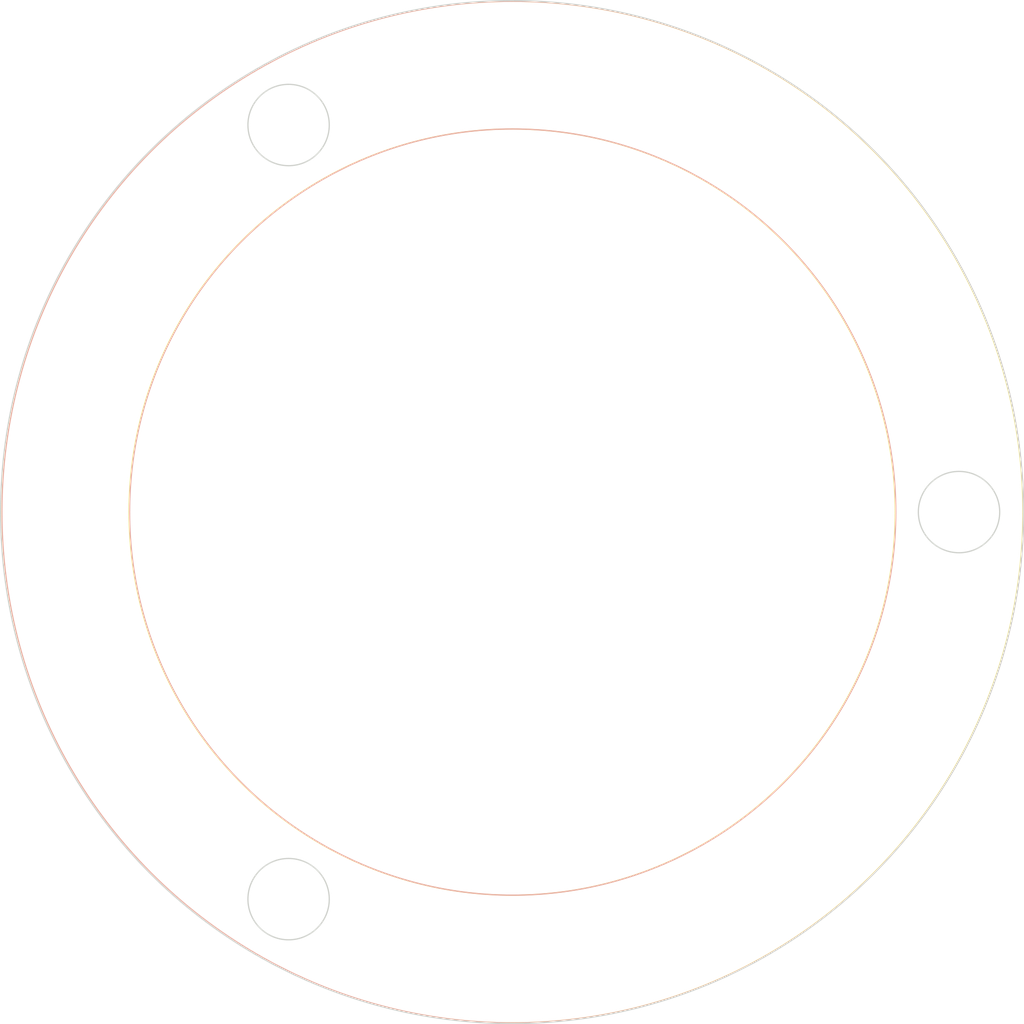
<source format=kicad_pcb>
(kicad_pcb (version 20211014) (generator pcbnew)

  (general
    (thickness 1.6)
  )

  (paper "A")
  (title_block
    (title "Base Design PCB for Purity Monitor Rings")
    (comment 1 "[With Reference To] Drawing # 3942.330-MB-444335")
    (comment 2 "Flare-Mechanical Detectors Purity Moniter Accelerator Ring")
  )

  (layers
    (0 "F.Cu" signal)
    (31 "B.Cu" signal)
    (32 "B.Adhes" user "B.Adhesive")
    (33 "F.Adhes" user "F.Adhesive")
    (34 "B.Paste" user)
    (35 "F.Paste" user)
    (36 "B.SilkS" user "B.Silkscreen")
    (37 "F.SilkS" user "F.Silkscreen")
    (38 "B.Mask" user)
    (39 "F.Mask" user)
    (40 "Dwgs.User" user "User.Drawings")
    (41 "Cmts.User" user "User.Comments")
    (42 "Eco1.User" user "User.Eco1")
    (43 "Eco2.User" user "User.Eco2")
    (44 "Edge.Cuts" user)
    (45 "Margin" user)
    (46 "B.CrtYd" user "B.Courtyard")
    (47 "F.CrtYd" user "F.Courtyard")
    (48 "B.Fab" user)
    (49 "F.Fab" user)
    (50 "User.1" user)
    (51 "User.2" user)
    (52 "User.3" user)
    (53 "User.4" user)
    (54 "User.5" user)
    (55 "User.6" user)
    (56 "User.7" user)
    (57 "User.8" user)
    (58 "User.9" user)
  )

  (setup
    (pad_to_mask_clearance 0)
    (pcbplotparams
      (layerselection 0x00010fc_ffffffff)
      (disableapertmacros false)
      (usegerberextensions false)
      (usegerberattributes true)
      (usegerberadvancedattributes true)
      (creategerberjobfile true)
      (svguseinch false)
      (svgprecision 6)
      (excludeedgelayer true)
      (plotframeref false)
      (viasonmask false)
      (mode 1)
      (useauxorigin false)
      (hpglpennumber 1)
      (hpglpenspeed 20)
      (hpglpendiameter 15.000000)
      (dxfpolygonmode true)
      (dxfimperialunits true)
      (dxfusepcbnewfont true)
      (psnegative false)
      (psa4output false)
      (plotreference true)
      (plotvalue true)
      (plotinvisibletext false)
      (sketchpadsonfab false)
      (subtractmaskfromsilk false)
      (outputformat 1)
      (mirror false)
      (drillshape 1)
      (scaleselection 1)
      (outputdirectory "")
    )
  )

  (net 0 "")

  (gr_circle locked (center 114.4 101.6) (end 174.4 101.6) (layer "B.SilkS") (width 0.2) (fill none) (tstamp 9ea10221-477e-4664-8210-8ef107edf981))
  (gr_circle (center 114.4 101.6) (end 194.4 101.6) (layer "B.SilkS") (width 0.2) (fill none) (tstamp be67fad2-a48d-41ec-a780-71767197b601))
  (gr_circle (center 114.3 101.6) (end 174.3 101.6) (layer "F.SilkS") (width 0.2) (fill none) (tstamp 491f9955-c9c6-45f7-8a76-7a147531d1ac))
  (gr_circle locked (center 114.3 101.6) (end 194.3 101.6) (layer "F.SilkS") (width 0.2) (fill none) (tstamp 93f79cba-501e-4148-ac59-ccbfa8b9179b))
  (gr_circle locked (center 79.3 162.22) (end 85.67 162.22) (layer "Edge.Cuts") (width 0.2) (fill none) (tstamp 238536d5-39e0-4883-b034-18f6f18ca51c))
  (gr_circle locked (center 114.3 101.6) (end 194.4 101.6) (layer "Edge.Cuts") (width 0.2) (fill none) (tstamp 68b00fa3-4b8a-447d-8521-6b58c19d1336))
  (gr_circle locked (center 79.3 40.98) (end 85.67 40.98) (layer "Edge.Cuts") (width 0.2) (fill none) (tstamp da43646e-0584-4b94-af18-b65fe6e4fc1d))
  (gr_circle locked (center 184.3 101.6) (end 190.67 101.6) (layer "Edge.Cuts") (width 0.2) (fill none) (tstamp dcf88896-98a5-45be-83c7-8b0bdec93eda))

)

</source>
